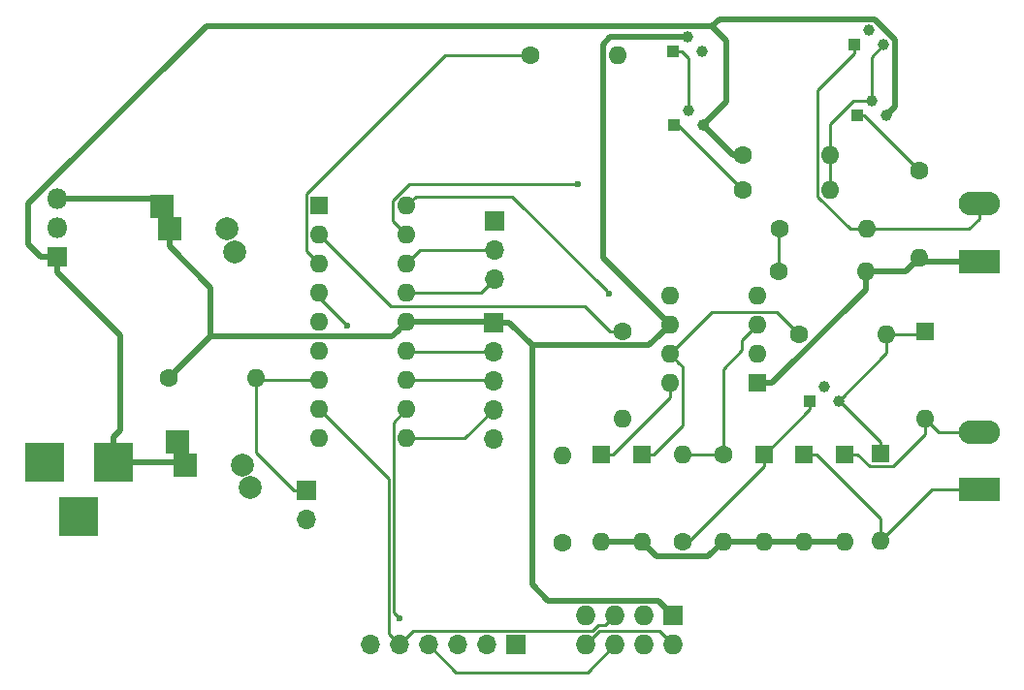
<source format=gtl>
G04 #@! TF.FileFunction,Copper,L1,Top,Signal*
%FSLAX46Y46*%
G04 Gerber Fmt 4.6, Leading zero omitted, Abs format (unit mm)*
G04 Created by KiCad (PCBNEW 4.0.5) date 2017 June 19, Monday 16:04:20*
%MOMM*%
%LPD*%
G01*
G04 APERTURE LIST*
%ADD10C,0.100000*%
%ADD11R,1.600000X1.600000*%
%ADD12O,1.600000X1.600000*%
%ADD13R,1.700000X1.700000*%
%ADD14O,1.700000X1.700000*%
%ADD15R,1.727200X1.727200*%
%ADD16O,1.727200X1.727200*%
%ADD17C,1.000000*%
%ADD18R,1.000000X1.000000*%
%ADD19C,1.600000*%
%ADD20R,1.800000X1.800000*%
%ADD21O,1.800000X1.800000*%
%ADD22R,2.000000X2.000000*%
%ADD23C,2.000000*%
%ADD24R,3.500000X3.500000*%
%ADD25R,3.600000X2.100000*%
%ADD26O,3.600000X2.100000*%
%ADD27C,0.600000*%
%ADD28C,0.508000*%
%ADD29C,0.250000*%
G04 APERTURE END LIST*
D10*
D11*
X110550000Y-89350000D03*
D12*
X110550000Y-96970000D03*
D11*
X114100000Y-89350000D03*
D12*
X114100000Y-96970000D03*
D11*
X117200000Y-89300000D03*
D12*
X117200000Y-96920000D03*
D11*
X121100000Y-78600000D03*
D12*
X121100000Y-86220000D03*
D11*
X107000000Y-89350000D03*
D12*
X107000000Y-96970000D03*
D11*
X96350000Y-89350000D03*
D12*
X96350000Y-96970000D03*
D11*
X92800000Y-89350000D03*
D12*
X92800000Y-96970000D03*
D13*
X83400000Y-77840000D03*
D14*
X83400000Y-80380000D03*
X83400000Y-82920000D03*
X83400000Y-85460000D03*
X83400000Y-88000000D03*
D13*
X83500000Y-69020000D03*
D14*
X83500000Y-71560000D03*
X83500000Y-74100000D03*
D15*
X99100000Y-103460000D03*
D16*
X99100000Y-106000000D03*
X96560000Y-103460000D03*
X96560000Y-106000000D03*
X94020000Y-103460000D03*
X94020000Y-106000000D03*
X91480000Y-103460000D03*
X91480000Y-106000000D03*
D13*
X85340000Y-106000000D03*
D14*
X82800000Y-106000000D03*
X80260000Y-106000000D03*
X77720000Y-106000000D03*
X75180000Y-106000000D03*
X72640000Y-106000000D03*
D17*
X112270000Y-83430000D03*
X113540000Y-84700000D03*
D18*
X111000000Y-84700000D03*
D17*
X116200000Y-52300000D03*
X117470000Y-53570000D03*
D18*
X114930000Y-53570000D03*
D17*
X116400000Y-58500000D03*
X117670000Y-59770000D03*
D18*
X115130000Y-59770000D03*
D17*
X100330000Y-52930000D03*
X101600000Y-54200000D03*
D18*
X99060000Y-54200000D03*
D17*
X100400000Y-59300000D03*
X101670000Y-60570000D03*
D18*
X99130000Y-60570000D03*
D19*
X110100000Y-78900000D03*
D12*
X117720000Y-78900000D03*
D19*
X103450000Y-89350000D03*
D12*
X103450000Y-96970000D03*
D19*
X99900000Y-97000000D03*
D12*
X99900000Y-89380000D03*
D19*
X89400000Y-97100000D03*
D12*
X89400000Y-89480000D03*
D19*
X108380000Y-69700000D03*
D12*
X116000000Y-69700000D03*
D19*
X108280000Y-73400000D03*
D12*
X115900000Y-73400000D03*
D19*
X120600000Y-64600000D03*
D12*
X120600000Y-72220000D03*
D19*
X94700000Y-78600000D03*
D12*
X94700000Y-86220000D03*
D19*
X86600000Y-54500000D03*
D12*
X94220000Y-54500000D03*
D19*
X55080000Y-82700000D03*
D12*
X62700000Y-82700000D03*
D19*
X105200000Y-63200000D03*
D12*
X112820000Y-63200000D03*
D19*
X105200000Y-66300000D03*
D12*
X112820000Y-66300000D03*
D11*
X68200000Y-67660000D03*
D12*
X75820000Y-87980000D03*
X68200000Y-70200000D03*
X75820000Y-85440000D03*
X68200000Y-72740000D03*
X75820000Y-82900000D03*
X68200000Y-75280000D03*
X75820000Y-80360000D03*
X68200000Y-77820000D03*
X75820000Y-77820000D03*
X68200000Y-80360000D03*
X75820000Y-75280000D03*
X68200000Y-82900000D03*
X75820000Y-72740000D03*
X68200000Y-85440000D03*
X75820000Y-70200000D03*
X68200000Y-87980000D03*
X75820000Y-67660000D03*
D11*
X106420000Y-83140000D03*
D12*
X98800000Y-75520000D03*
X106420000Y-80600000D03*
X98800000Y-78060000D03*
X106420000Y-78060000D03*
X98800000Y-80600000D03*
X106420000Y-75520000D03*
X98800000Y-83140000D03*
D20*
X45300000Y-72080000D03*
D21*
X45300000Y-69540000D03*
X45300000Y-67000000D03*
D22*
X56500000Y-90300000D03*
D23*
X61500000Y-90300000D03*
D22*
X55827856Y-88300000D03*
D23*
X62172144Y-92300000D03*
D22*
X55100000Y-69700000D03*
D23*
X60100000Y-69700000D03*
D22*
X54427856Y-67700000D03*
D23*
X60772144Y-71700000D03*
D24*
X50200000Y-90100000D03*
X44200000Y-90100000D03*
X47200000Y-94800000D03*
D25*
X125800000Y-92400000D03*
D26*
X125800000Y-87400000D03*
D25*
X125800000Y-72500000D03*
D26*
X125800000Y-67500000D03*
D13*
X67100000Y-92500000D03*
D14*
X67100000Y-95040000D03*
D27*
X70600000Y-78100000D03*
X75200000Y-103700000D03*
X93500000Y-75300000D03*
X90800000Y-65800000D03*
D28*
X115900000Y-73400000D02*
X115900000Y-74968000D01*
X115900000Y-74968000D02*
X107728000Y-83140000D01*
X107728000Y-83140000D02*
X106420000Y-83140000D01*
X120600000Y-72220000D02*
X119420000Y-73400000D01*
X119420000Y-73400000D02*
X115900000Y-73400000D01*
X125800000Y-72500000D02*
X120880000Y-72500000D01*
X120880000Y-72500000D02*
X120600000Y-72220000D01*
X117670000Y-59770000D02*
X118427201Y-59012799D01*
X118427201Y-59012799D02*
X118427201Y-53110543D01*
X118427201Y-53110543D02*
X116659457Y-51342799D01*
X116659457Y-51342799D02*
X103102799Y-51342799D01*
X103102799Y-51342799D02*
X102472799Y-51972799D01*
X105200000Y-63200000D02*
X104300000Y-63200000D01*
X104300000Y-63200000D02*
X101670000Y-60570000D01*
X45300000Y-72080000D02*
X43892000Y-72080000D01*
X43892000Y-72080000D02*
X42800000Y-70988000D01*
X42800000Y-70988000D02*
X42800000Y-67491342D01*
X42800000Y-67491342D02*
X58318543Y-51972799D01*
X58318543Y-51972799D02*
X102472799Y-51972799D01*
X102472799Y-51972799D02*
X103700000Y-53200000D01*
X103700000Y-53200000D02*
X103700000Y-58540000D01*
X103700000Y-58540000D02*
X101670000Y-60570000D01*
X55827856Y-88300000D02*
X55827856Y-89808000D01*
X55827856Y-89808000D02*
X55535856Y-90100000D01*
X55535856Y-90100000D02*
X52458000Y-90100000D01*
X52458000Y-90100000D02*
X50200000Y-90100000D01*
X56500000Y-90300000D02*
X56500000Y-88972144D01*
X56500000Y-88972144D02*
X55827856Y-88300000D01*
X50800000Y-87242000D02*
X50800000Y-78988000D01*
X50800000Y-78988000D02*
X45300000Y-73488000D01*
X45300000Y-73488000D02*
X45300000Y-72080000D01*
X50200000Y-90100000D02*
X50200000Y-87842000D01*
X50200000Y-87842000D02*
X50800000Y-87242000D01*
D29*
X117200000Y-96920000D02*
X121720000Y-92400000D01*
X121720000Y-92400000D02*
X125800000Y-92400000D01*
X110550000Y-89350000D02*
X111600000Y-89350000D01*
X111600000Y-89350000D02*
X117200000Y-94950000D01*
X117200000Y-94950000D02*
X117200000Y-95788630D01*
X117200000Y-95788630D02*
X117200000Y-96920000D01*
D28*
X96350000Y-96970000D02*
X92800000Y-96970000D01*
X103450000Y-96970000D02*
X102162799Y-98257201D01*
X102162799Y-98257201D02*
X97637201Y-98257201D01*
X97637201Y-98257201D02*
X97149999Y-97769999D01*
X97149999Y-97769999D02*
X96350000Y-96970000D01*
X107000000Y-96970000D02*
X103450000Y-96970000D01*
X110550000Y-96970000D02*
X107000000Y-96970000D01*
X114100000Y-96970000D02*
X110550000Y-96970000D01*
D29*
X121100000Y-86220000D02*
X121100000Y-87585002D01*
X121100000Y-87585002D02*
X118260001Y-90425001D01*
X118260001Y-90425001D02*
X116225001Y-90425001D01*
X116225001Y-90425001D02*
X115150000Y-89350000D01*
X115150000Y-89350000D02*
X114100000Y-89350000D01*
X122280000Y-87400000D02*
X121100000Y-86220000D01*
X125800000Y-87400000D02*
X122280000Y-87400000D01*
X117200000Y-89300000D02*
X117200000Y-88250000D01*
X117200000Y-88250000D02*
X113650000Y-84700000D01*
X113650000Y-84700000D02*
X113540000Y-84700000D01*
X117720000Y-78900000D02*
X117720000Y-80520000D01*
X117720000Y-80520000D02*
X113540000Y-84700000D01*
X117720000Y-78900000D02*
X120800000Y-78900000D01*
X120800000Y-78900000D02*
X121100000Y-78600000D01*
X107000000Y-89350000D02*
X107000000Y-90400000D01*
X107000000Y-90400000D02*
X100400000Y-97000000D01*
X100400000Y-97000000D02*
X99900000Y-97000000D01*
X111000000Y-84700000D02*
X111000000Y-85450000D01*
X111000000Y-85450000D02*
X107100000Y-89350000D01*
X107100000Y-89350000D02*
X107000000Y-89350000D01*
X96350000Y-89350000D02*
X97400000Y-89350000D01*
X97400000Y-89350000D02*
X99925001Y-86824999D01*
X99925001Y-86824999D02*
X99925001Y-81725001D01*
X99925001Y-81725001D02*
X99599999Y-81399999D01*
X99599999Y-81399999D02*
X98800000Y-80600000D01*
X99599999Y-79800001D02*
X98800000Y-80600000D01*
X102465001Y-76934999D02*
X99599999Y-79800001D01*
X108134999Y-76934999D02*
X102465001Y-76934999D01*
X110100000Y-78900000D02*
X108134999Y-76934999D01*
X92800000Y-89350000D02*
X93850000Y-89350000D01*
X93850000Y-89350000D02*
X98800000Y-84400000D01*
X98800000Y-84271370D02*
X98800000Y-83140000D01*
X98800000Y-84400000D02*
X98800000Y-84271370D01*
X70600000Y-78100000D02*
X68200000Y-75700000D01*
X68200000Y-75700000D02*
X68200000Y-75280000D01*
X62700000Y-82700000D02*
X62700000Y-89200000D01*
X62700000Y-89200000D02*
X66000000Y-92500000D01*
X66000000Y-92500000D02*
X67100000Y-92500000D01*
X68200000Y-82900000D02*
X62900000Y-82900000D01*
X62900000Y-82900000D02*
X62700000Y-82700000D01*
D28*
X99100000Y-103460000D02*
X97779199Y-102139199D01*
X97779199Y-102139199D02*
X88139199Y-102139199D01*
X88139199Y-102139199D02*
X86775201Y-100775201D01*
X86775201Y-100775201D02*
X86775201Y-79857201D01*
X45300000Y-67000000D02*
X53727856Y-67000000D01*
X53727856Y-67000000D02*
X54427856Y-67700000D01*
X55100000Y-69700000D02*
X55100000Y-71208000D01*
X55100000Y-71208000D02*
X58702799Y-74810799D01*
X58702799Y-74810799D02*
X58702799Y-79077201D01*
X54427856Y-67700000D02*
X54427856Y-69027856D01*
X54427856Y-69027856D02*
X55100000Y-69700000D01*
X83400000Y-77840000D02*
X84758000Y-77840000D01*
X84758000Y-77840000D02*
X86775201Y-79857201D01*
X86775201Y-79857201D02*
X97002799Y-79857201D01*
X97002799Y-79857201D02*
X98000001Y-78859999D01*
X98000001Y-78859999D02*
X98800000Y-78060000D01*
X75820000Y-77820000D02*
X83380000Y-77820000D01*
X83380000Y-77820000D02*
X83400000Y-77840000D01*
X55080000Y-82700000D02*
X58702799Y-79077201D01*
X58702799Y-79077201D02*
X74562799Y-79077201D01*
X74562799Y-79077201D02*
X75020001Y-78619999D01*
X75020001Y-78619999D02*
X75820000Y-77820000D01*
X100330000Y-52930000D02*
X93570000Y-52930000D01*
X93570000Y-52930000D02*
X92962799Y-53537201D01*
X92962799Y-53537201D02*
X92962799Y-72222799D01*
X92962799Y-72222799D02*
X98800000Y-78060000D01*
D29*
X83400000Y-80380000D02*
X75840000Y-80380000D01*
X75840000Y-80380000D02*
X75820000Y-80360000D01*
X75820000Y-82900000D02*
X83380000Y-82900000D01*
X83380000Y-82900000D02*
X83400000Y-82920000D01*
X75820000Y-87980000D02*
X80880000Y-87980000D01*
X80880000Y-87980000D02*
X83400000Y-85460000D01*
X75820000Y-72740000D02*
X77000000Y-71560000D01*
X77000000Y-71560000D02*
X83500000Y-71560000D01*
X75820000Y-75280000D02*
X82320000Y-75280000D01*
X82320000Y-75280000D02*
X83500000Y-74100000D01*
X99100000Y-106000000D02*
X97908199Y-104808199D01*
X97908199Y-104808199D02*
X92671801Y-104808199D01*
X92671801Y-104808199D02*
X92343599Y-105136401D01*
X92343599Y-105136401D02*
X91480000Y-106000000D01*
X93156401Y-104323599D02*
X94020000Y-103460000D01*
X92519991Y-104323599D02*
X93156401Y-104323599D01*
X92032191Y-104811399D02*
X92519991Y-104323599D01*
X76368601Y-104811399D02*
X92032191Y-104811399D01*
X75180000Y-106000000D02*
X76368601Y-104811399D01*
X74330001Y-105150001D02*
X75180000Y-106000000D01*
X74244988Y-105064988D02*
X74330001Y-105150001D01*
X74244988Y-91484988D02*
X74244988Y-105064988D01*
X68200000Y-85440000D02*
X74244988Y-91484988D01*
X75820000Y-85440000D02*
X74694999Y-86565001D01*
X74694999Y-86565001D02*
X74694999Y-103194999D01*
X74694999Y-103194999D02*
X75200000Y-103700000D01*
X80120000Y-108400000D02*
X91620000Y-108400000D01*
X91620000Y-108400000D02*
X94020000Y-106000000D01*
X77720000Y-106000000D02*
X80120000Y-108400000D01*
X120600000Y-64600000D02*
X115770000Y-59770000D01*
X115770000Y-59770000D02*
X115130000Y-59770000D01*
X112820000Y-63200000D02*
X112820000Y-60494998D01*
X112820000Y-60494998D02*
X114814998Y-58500000D01*
X114814998Y-58500000D02*
X115692894Y-58500000D01*
X115692894Y-58500000D02*
X116400000Y-58500000D01*
X112820000Y-66300000D02*
X112820000Y-63200000D01*
X116400000Y-58500000D02*
X116400000Y-54640000D01*
X116400000Y-54640000D02*
X117470000Y-53570000D01*
X116000000Y-69700000D02*
X124900000Y-69700000D01*
X124900000Y-69700000D02*
X125800000Y-68800000D01*
X125800000Y-68800000D02*
X125800000Y-67500000D01*
X114930000Y-53570000D02*
X114930000Y-54320000D01*
X111694999Y-66840001D02*
X114554998Y-69700000D01*
X114930000Y-54320000D02*
X111694999Y-57555001D01*
X111694999Y-57555001D02*
X111694999Y-66840001D01*
X114554998Y-69700000D02*
X114868630Y-69700000D01*
X114868630Y-69700000D02*
X116000000Y-69700000D01*
X100400000Y-59300000D02*
X100400000Y-54790000D01*
X100400000Y-54790000D02*
X99810000Y-54200000D01*
X99810000Y-54200000D02*
X99060000Y-54200000D01*
X105200000Y-66300000D02*
X99470000Y-60570000D01*
X99470000Y-60570000D02*
X99130000Y-60570000D01*
X99900000Y-89380000D02*
X103420000Y-89380000D01*
X103420000Y-89380000D02*
X103450000Y-89350000D01*
X105100000Y-80254998D02*
X105100000Y-79380000D01*
X105100000Y-79380000D02*
X106420000Y-78060000D01*
X103450000Y-81904998D02*
X105100000Y-80254998D01*
X103450000Y-89350000D02*
X103450000Y-81904998D01*
X75820000Y-67660000D02*
X76619999Y-66860001D01*
X76619999Y-66860001D02*
X85060001Y-66860001D01*
X85060001Y-66860001D02*
X93200001Y-75000001D01*
X93200001Y-75000001D02*
X93500000Y-75300000D01*
X75820000Y-70200000D02*
X74600000Y-68980000D01*
X74600000Y-68980000D02*
X74600000Y-67214998D01*
X76014998Y-65800000D02*
X90800000Y-65800000D01*
X74600000Y-67214998D02*
X76014998Y-65800000D01*
X108280000Y-73400000D02*
X108280000Y-69800000D01*
X108280000Y-69800000D02*
X108380000Y-69700000D01*
X74405001Y-76405001D02*
X68200000Y-70200000D01*
X94700000Y-78600000D02*
X93568630Y-78600000D01*
X93568630Y-78600000D02*
X91373631Y-76405001D01*
X91373631Y-76405001D02*
X74405001Y-76405001D01*
X86600000Y-54500000D02*
X79174998Y-54500000D01*
X79174998Y-54500000D02*
X67074999Y-66599999D01*
X67074999Y-66599999D02*
X67074999Y-71614999D01*
X67400001Y-71940001D02*
X68200000Y-72740000D01*
X67074999Y-71614999D02*
X67400001Y-71940001D01*
M02*

</source>
